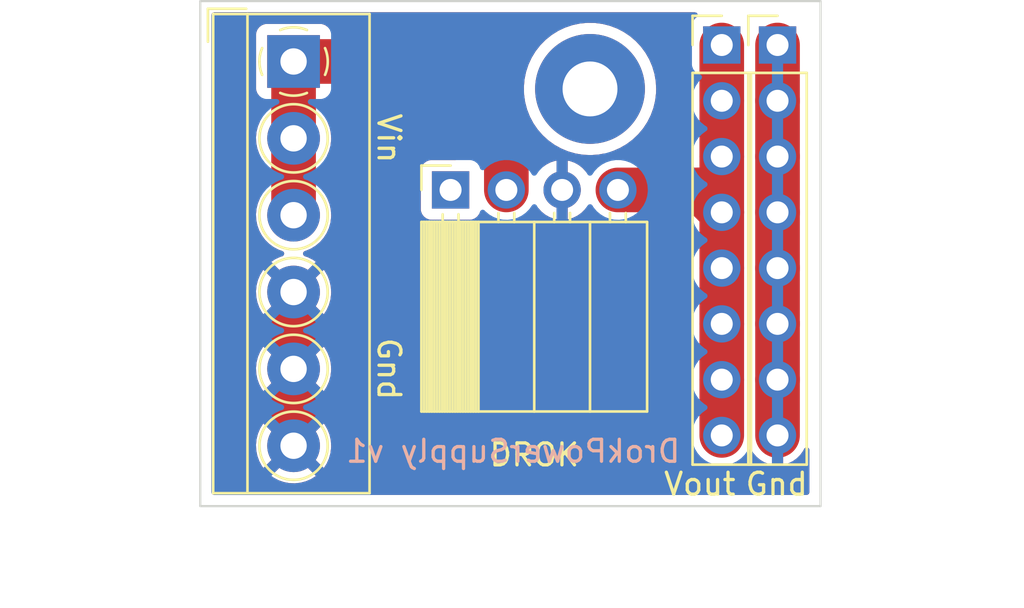
<source format=kicad_pcb>
(kicad_pcb (version 20211014) (generator pcbnew)
  (title_block (title "DrokPowerSupply") (date "2022-09-10") (rev "1"))
  (layers (0 "F.Cu" signal) (31 "B.Cu" signal) (34 "B.Paste" user) (35 "F.Paste" user) (36 "B.SilkS" user "B.Silkscreen") (37 "F.SilkS" user "F.Silkscreen") (38 "B.Mask" user) (39 "F.Mask" user) (44 "Edge.Cuts" user))
  (net 0 "")
  (net 1 "/VIN")
  (net 2 "/GND")
  (net 4 "/VOUT")
  (footprint "Connector_PinSocket_2.54mm:PinSocket_1x04_P2.54mm_Horizontal" (layer "F.Cu") (at 127.65 94.6 90)
    (fp_text reference "J2" hide)
    (fp_text value "Drok PS" hide)
    (fp_text user "DROK" (at -12.065 3.81 unlocked) (layer "F.SilkS"))
    (fp_line (start -10.09 -0.619525) (end -1.46 -0.619525) (layer "F.SilkS") (width 0.12))
    (fp_line (start -10.09 0.67952) (end -1.46 0.67952) (layer "F.SilkS") (width 0.12))
    (fp_line (start -1.46 -0.36) (end -1.11 -0.36) (layer "F.SilkS") (width 0.12))
    (fp_line (start -10.09 0.325235) (end -1.46 0.325235) (layer "F.SilkS") (width 0.12))
    (fp_line (start -1.46 7.26) (end -1.05 7.26) (layer "F.SilkS") (width 0.12))
    (fp_line (start -10.09 0.20714) (end -1.46 0.20714) (layer "F.SilkS") (width 0.12))
    (fp_line (start -10.09 0.797615) (end -1.46 0.797615) (layer "F.SilkS") (width 0.12))
    (fp_line (start -10.09 0.91571) (end -1.46 0.91571) (layer "F.SilkS") (width 0.12))
    (fp_line (start 1.11 -1.33) (end 1.11 0) (layer "F.SilkS") (width 0.12))
    (fp_line (start -1.46 0.36) (end -1.11 0.36) (layer "F.SilkS") (width 0.12))
    (fp_line (start -10.09 -1.091905) (end -1.46 -1.091905) (layer "F.SilkS") (width 0.12))
    (fp_line (start -10.09 -0.97381) (end -1.46 -0.97381) (layer "F.SilkS") (width 0.12))
    (fp_line (start -10.09 8.95) (end -1.46 8.95) (layer "F.SilkS") (width 0.12))
    (fp_line (start -10.09 -0.855715) (end -1.46 -0.855715) (layer "F.SilkS") (width 0.12))
    (fp_line (start -10.09 -0.26524) (end -1.46 -0.26524) (layer "F.SilkS") (width 0.12))
    (fp_line (start -1.46 5.44) (end -1.05 5.44) (layer "F.SilkS") (width 0.12))
    (fp_line (start -10.09 -1.33) (end -1.46 -1.33) (layer "F.SilkS") (width 0.12))
    (fp_line (start -10.09 1.27) (end -1.46 1.27) (layer "F.SilkS") (width 0.12))
    (fp_line (start -10.09 6.35) (end -1.46 6.35) (layer "F.SilkS") (width 0.12))
    (fp_line (start -10.09 0.089045) (end -1.46 0.089045) (layer "F.SilkS") (width 0.12))
    (fp_line (start -10.09 -1.33) (end -10.09 8.95) (layer "F.SilkS") (width 0.12))
    (fp_line (start -1.46 4.72) (end -1.05 4.72) (layer "F.SilkS") (width 0.12))
    (fp_line (start 0 -1.33) (end 1.11 -1.33) (layer "F.SilkS") (width 0.12))
    (fp_line (start -10.09 -0.383335) (end -1.46 -0.383335) (layer "F.SilkS") (width 0.12))
    (fp_line (start -10.09 0.44333) (end -1.46 0.44333) (layer "F.SilkS") (width 0.12))
    (fp_line (start -10.09 1.033805) (end -1.46 1.033805) (layer "F.SilkS") (width 0.12))
    (fp_line (start -1.46 7.98) (end -1.05 7.98) (layer "F.SilkS") (width 0.12))
    (fp_line (start -10.09 -0.02905) (end -1.46 -0.02905) (layer "F.SilkS") (width 0.12))
    (fp_line (start -10.09 -0.73762) (end -1.46 -0.73762) (layer "F.SilkS") (width 0.12))
    (fp_line (start -10.09 3.81) (end -1.46 3.81) (layer "F.SilkS") (width 0.12))
    (fp_line (start -1.46 2.9) (end -1.05 2.9) (layer "F.SilkS") (width 0.12))
    (fp_line (start -10.09 -0.50143) (end -1.46 -0.50143) (layer "F.SilkS") (width 0.12))
    (fp_line (start -10.09 -1.21) (end -1.46 -1.21) (layer "F.SilkS") (width 0.12))
    (fp_line (start -10.09 -0.147145) (end -1.46 -0.147145) (layer "F.SilkS") (width 0.12))
    (fp_line (start -1.46 2.18) (end -1.05 2.18) (layer "F.SilkS") (width 0.12))
    (fp_line (start -10.09 0.561425) (end -1.46 0.561425) (layer "F.SilkS") (width 0.12))
    (fp_line (start -10.09 1.1519) (end -1.46 1.1519) (layer "F.SilkS") (width 0.12))
    (fp_line (start -1.46 -1.33) (end -1.46 8.95) (layer "F.SilkS") (width 0.12))
    (pad "1" thru_hole rect (at 0 0 90) (size 1.7 1.7) (drill 1) (layers *.Cu *.Mask))
    (pad "2" thru_hole oval (at 0 2.54 90) (size 1.7 1.7) (drill 1) (layers *.Cu *.Mask) (net 1 "/VIN"))
    (pad "3" thru_hole oval (at 0 5.08 90) (size 1.7 1.7) (drill 1) (layers *.Cu *.Mask) (net 2 "/GND"))
    (pad "4" thru_hole oval (at 0 7.62 90) (size 1.7 1.7) (drill 1) (layers *.Cu *.Mask) (net 4 "/VOUT"))
  )
  (footprint "Connector_PinHeader_2.54mm:PinHeader_1x08_P2.54mm_Vertical" (layer "F.Cu") (at 140 88)
    (fp_text reference "J3" hide)
    (fp_text value "Vout" (at -1 20) (layer "F.SilkS"))
    (fp_line (start -1.33 -1.33) (end 0 -1.33) (layer "F.SilkS") (width 0.12))
    (fp_line (start -1.33 1.27) (end -1.33 19.11) (layer "F.SilkS") (width 0.12))
    (fp_line (start -1.33 0) (end -1.33 -1.33) (layer "F.SilkS") (width 0.12))
    (fp_line (start -1.33 19.11) (end 1.33 19.11) (layer "F.SilkS") (width 0.12))
    (fp_line (start 1.33 1.27) (end 1.33 19.11) (layer "F.SilkS") (width 0.12))
    (fp_line (start -1.33 1.27) (end 1.33 1.27) (layer "F.SilkS") (width 0.12))
    (pad "1" thru_hole rect (at 0 0) (size 1.7 1.7) (drill 1) (layers *.Cu *.Mask) (net 4 "/VOUT"))
    (pad "2" thru_hole oval (at 0 2.54) (size 1.7 1.7) (drill 1) (layers *.Cu *.Mask) (net 4 "/VOUT"))
    (pad "3" thru_hole oval (at 0 5.08) (size 1.7 1.7) (drill 1) (layers *.Cu *.Mask) (net 4 "/VOUT"))
    (pad "4" thru_hole oval (at 0 7.62) (size 1.7 1.7) (drill 1) (layers *.Cu *.Mask) (net 4 "/VOUT"))
    (pad "5" thru_hole oval (at 0 10.16) (size 1.7 1.7) (drill 1) (layers *.Cu *.Mask) (net 4 "/VOUT"))
    (pad "6" thru_hole oval (at 0 12.7) (size 1.7 1.7) (drill 1) (layers *.Cu *.Mask) (net 4 "/VOUT"))
    (pad "7" thru_hole oval (at 0 15.24) (size 1.7 1.7) (drill 1) (layers *.Cu *.Mask) (net 4 "/VOUT"))
    (pad "8" thru_hole oval (at 0 17.78) (size 1.7 1.7) (drill 1) (layers *.Cu *.Mask) (net 4 "/VOUT"))
  )
  (footprint "TerminalBlock_4Ucon:TerminalBlock_4Ucon_1x06_P3.50mm_Horizontal" (layer "F.Cu") (at 120.5 88.75 -90)
    (fp_text reference "J1" hide)
    (fp_text value "Input" hide)
    (fp_text user "Vin" (at 3.5 -4.345 -90 unlocked) (layer "F.SilkS"))
    (fp_text user "Gnd" (at 14 -4.345 -90 unlocked) (layer "F.SilkS"))
    (fp_line (start -2.16 -3.46) (end 19.66 -3.46) (layer "F.SilkS") (width 0.12))
    (fp_line (start -2.4 3.9) (end -0.9 3.9) (layer "F.SilkS") (width 0.12))
    (fp_line (start -2.16 2.1) (end 19.66 2.1) (layer "F.SilkS") (width 0.12))
    (fp_line (start -2.16 -3.46) (end -2.16 3.66) (layer "F.SilkS") (width 0.12))
    (fp_line (start -2.4 2.16) (end -2.4 3.9) (layer "F.SilkS") (width 0.12))
    (fp_line (start -2.16 3.66) (end 19.66 3.66) (layer "F.SilkS") (width 0.12))
    (fp_line (start 19.66 -3.46) (end 19.66 3.66) (layer "F.SilkS") (width 0.12))
    (fp_arc (start 1.432109 -0.607742) (mid 1.555727 0.00014) (end 1.432 0.608) (layer "F.SilkS") (width 0.12))
    (fp_arc (start -0.607742 -1.432109) (mid 0.00014 -1.555727) (end 0.608 -1.432) (layer "F.SilkS") (width 0.12))
    (fp_arc (start 0.607587 1.431385) (mid 0.310017 1.523783) (end 0 1.555) (layer "F.SilkS") (width 0.12))
    (fp_arc (start 0.027011 1.555493) (mid -0.296984 1.527118) (end -0.608 1.432) (layer "F.SilkS") (width 0.12))
    (fp_arc (start -1.432109 0.607742) (mid -1.555727 -0.00014) (end -1.432 -0.608) (layer "F.SilkS") (width 0.12))
    (fp_circle (center 3.5 0) (end 5.055 0) (layer "F.SilkS") (width 0.12) (fill none))
    (fp_circle (center 17.5 0) (end 19.055 0) (layer "F.SilkS") (width 0.12) (fill none))
    (fp_circle (center 10.5 0) (end 12.055 0) (layer "F.SilkS") (width 0.12) (fill none))
    (fp_circle (center 7 0) (end 8.555 0) (layer "F.SilkS") (width 0.12) (fill none))
    (fp_circle (center 14 0) (end 15.555 0) (layer "F.SilkS") (width 0.12) (fill none))
    (pad "1" thru_hole rect (at 0 0 270) (size 2.4 2.4) (drill 1.2) (layers *.Cu *.Mask) (net 1 "/VIN"))
    (pad "2" thru_hole circle (at 3.5 0 270) (size 2.4 2.4) (drill 1.2) (layers *.Cu *.Mask) (net 1 "/VIN"))
    (pad "3" thru_hole circle (at 7 0 270) (size 2.4 2.4) (drill 1.2) (layers *.Cu *.Mask) (net 1 "/VIN"))
    (pad "4" thru_hole circle (at 10.5 0 270) (size 2.4 2.4) (drill 1.2) (layers *.Cu *.Mask) (net 2 "/GND"))
    (pad "5" thru_hole circle (at 14 0 270) (size 2.4 2.4) (drill 1.2) (layers *.Cu *.Mask) (net 2 "/GND"))
    (pad "6" thru_hole circle (at 17.5 0 270) (size 2.4 2.4) (drill 1.2) (layers *.Cu *.Mask) (net 2 "/GND"))
  )
  (footprint "Connector_PinHeader_2.54mm:PinHeader_1x08_P2.54mm_Vertical" (layer "F.Cu") (at 142.54 88)
    (fp_text reference "J4" hide)
    (fp_text value "Gnd" (at -0.04 20) (layer "F.SilkS"))
    (fp_line (start -1.33 1.27) (end 1.33 1.27) (layer "F.SilkS") (width 0.12))
    (fp_line (start -1.33 19.11) (end 1.33 19.11) (layer "F.SilkS") (width 0.12))
    (fp_line (start -1.33 0) (end -1.33 -1.33) (layer "F.SilkS") (width 0.12))
    (fp_line (start 1.33 1.27) (end 1.33 19.11) (layer "F.SilkS") (width 0.12))
    (fp_line (start -1.33 -1.33) (end 0 -1.33) (layer "F.SilkS") (width 0.12))
    (fp_line (start -1.33 1.27) (end -1.33 19.11) (layer "F.SilkS") (width 0.12))
    (pad "1" thru_hole rect (at 0 0) (size 1.7 1.7) (drill 1) (layers *.Cu *.Mask) (net 2 "/GND"))
    (pad "2" thru_hole oval (at 0 2.54) (size 1.7 1.7) (drill 1) (layers *.Cu *.Mask) (net 2 "/GND"))
    (pad "3" thru_hole oval (at 0 5.08) (size 1.7 1.7) (drill 1) (layers *.Cu *.Mask) (net 2 "/GND"))
    (pad "4" thru_hole oval (at 0 7.62) (size 1.7 1.7) (drill 1) (layers *.Cu *.Mask) (net 2 "/GND"))
    (pad "5" thru_hole oval (at 0 10.16) (size 1.7 1.7) (drill 1) (layers *.Cu *.Mask) (net 2 "/GND"))
    (pad "6" thru_hole oval (at 0 12.7) (size 1.7 1.7) (drill 1) (layers *.Cu *.Mask) (net 2 "/GND"))
    (pad "7" thru_hole oval (at 0 15.24) (size 1.7 1.7) (drill 1) (layers *.Cu *.Mask) (net 2 "/GND"))
    (pad "8" thru_hole oval (at 0 17.78) (size 1.7 1.7) (drill 1) (layers *.Cu *.Mask) (net 2 "/GND"))
  )
  (footprint "MountingHole:MountingHole_2.5mm_Pad" (layer "F.Cu") (at 134 90)
    (fp_text reference "REF**" hide)
    (fp_text value "MountingHole_2.5mm_Pad" hide)
    (pad "1" thru_hole circle locked (at 0 0) (size 5 5) (drill 2.5) (layers *.Cu *.Mask))
  )
  (gr_rect (start 116.25 86) (end 144.5 109) (layer "Edge.Cuts") (width 0.1) (fill none))
  (gr_text "DrokPowerSupply v1" (at 130.5 106.5) (layer "B.SilkS") (effects (font (size 1 1)) (justify mirror)))
  (segment (start 130.19 93.1032) (end 125.8368 88.75) (width 2.032) (layer "F.Cu") (net 1))
  (segment (start 120.5 92.25) (end 120.5 95.75) (width 2.032) (layer "F.Cu") (net 1))
  (segment (start 130.19 94.6) (end 130.19 93.1032) (width 2.032) (layer "F.Cu") (net 1))
  (segment (start 120.5 88.75) (end 120.5 92.25) (width 2.032) (layer "F.Cu") (net 1))
  (segment (start 125.8368 88.75) (end 120.5 88.75) (width 2.032) (layer "F.Cu") (net 1))
  (segment (start 120.5 102.75) (end 120.5 106.25) (width 2.032) (layer "F.Cu") (net 2))
  (segment (start 142.54 90.54) (end 142.54 93.08) (width 2.032) (layer "F.Cu") (net 2))
  (segment (start 142.54 98.16) (end 142.54 100.7) (width 2.032) (layer "F.Cu") (net 2))
  (segment (start 142.54 100.7) (end 142.54 103.24) (width 2.032) (layer "F.Cu") (net 2))
  (segment (start 142.54 88) (end 142.54 90.54) (width 2.032) (layer "F.Cu") (net 2))
  (segment (start 120.5 99.25) (end 120.5 102.75) (width 2.032) (layer "F.Cu") (net 2))
  (segment (start 142.54 95.62) (end 142.54 98.16) (width 2.032) (layer "F.Cu") (net 2))
  (segment (start 142.54 103.24) (end 142.54 105.78) (width 2.032) (layer "F.Cu") (net 2))
  (segment (start 142.54 93.08) (end 142.54 95.62) (width 2.032) (layer "F.Cu") (net 2))
  (segment (start 140 103.24) (end 140 105.78) (width 2.032) (layer "F.Cu") (net 4))
  (segment (start 140 88) (end 140 90.54) (width 2.032) (layer "F.Cu") (net 4))
  (segment (start 138.98 94.6) (end 140 95.62) (width 2.032) (layer "F.Cu") (net 4))
  (segment (start 140 90.54) (end 140 93.08) (width 2.032) (layer "F.Cu") (net 4))
  (segment (start 135.27 94.6) (end 138.98 94.6) (width 2.032) (layer "F.Cu") (net 4))
  (segment (start 140 100.7) (end 140 103.24) (width 2.032) (layer "F.Cu") (net 4))
  (segment (start 140 93.08) (end 140 95.62) (width 2.032) (layer "F.Cu") (net 4))
  (segment (start 140 95.62) (end 140 98.16) (width 2.032) (layer "F.Cu") (net 4))
  (segment (start 140 98.16) (end 140 100.7) (width 2.032) (layer "F.Cu") (net 4))
  (zone (net 2) (net_name "/GND") (layers F&B.Cu) (connect_pads (clearance 0.508)) (min_thickness 0.254) (fill yes (thermal_gap 0.508) (thermal_bridge_width 0.508))
    (polygon (pts (xy 144.5 109) (xy 116.5 109) (xy 116.5 86) (xy 144.5 86)))
  )
)
</source>
